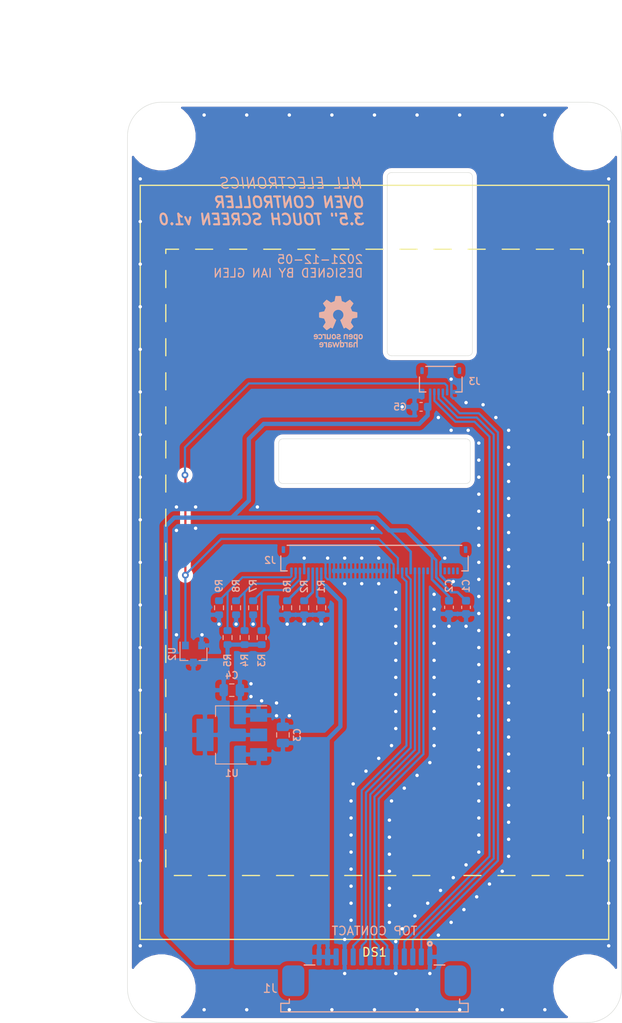
<source format=kicad_pcb>
(kicad_pcb (version 20171130) (host pcbnew 5.1.10)
  (title_block (title "MLL ELECTRONICS OVEN CONTROLLER 3.5\" TOUCH SCREEN") (date 2021-12-05) (rev v1.0) (company "DESIGNED BY IAN GLEN") (comment 3 "VISIT HTTPS://OHWR.ORG/CERNOHL FOR MORE INFORMATION") (comment 4 "LICENSED UNDER CERN-OHL-W V2"))
  (layers (0 F.Cu signal) (31 B.Cu signal) (34 B.Paste user) (36 B.SilkS user) (37 F.SilkS user) (38 B.Mask user) (39 F.Mask user) (44 Edge.Cuts user))
  (net 0 "")
  (net 1 +3V3)
  (net 2 GND)
  (net 3 +5V)
  (net 4 /~CTP_INT)
  (net 5 /I2C_SDA)
  (net 6 /I2C_SCL)
  (net 7 /~SPI_CS)
  (net 8 /LCD_DC)
  (net 9 /SPI_MISO)
  (net 10 /SPI_MOSI)
  (net 11 /SPI_SCK)
  (net 12 /~RESET)
  (net 13 "Net-(J2-Pad3)")
  (net 14 "Net-(J2-Pad2)")
  (net 15 "Net-(J2-Pad1)")
  (net 16 "Net-(J2-Pad7)")
  (net 17 "Net-(J2-Pad6)")
  (net 18 "Net-(J2-Pad5)")
  (module oven-controller:Display_LiangHaoCai_3.5in_IPS_CTP (layer F.Cu) (at 220 130 180)
    (fp_text reference DS1 (at 0 -45.75 180) (layer F.SilkS))
    (fp_text value Display_LiangHaoCai_3.5in_IPS_CTP)
  )
  (module Symbol:OSHW-Logo_5.7x6mm_SilkScreen (layer B.Cu) (at 215.75 101.75 180)
    (fp_text reference REF** hide)
    (fp_text value OSHW-Logo_5.7x6mm_SilkScreen hide)
  )
  (module Capacitor_SMD:C_0603_1608Metric (layer B.Cu) (at 230.75 135.275 270)
    (fp_text reference C1 (at -2.525 0 90) (layer B.SilkS) (effects (font (size 0.8 0.8)) (justify mirror)))
    (fp_text value 0.1u)
    (pad 2 smd roundrect (at 0.775 0 270) (size 0.9 0.95) (layers B.Cu B.Paste B.Mask) (net 2 GND))
    (pad 1 smd roundrect (at -0.775 0 270) (size 0.9 0.95) (layers B.Cu B.Paste B.Mask) (net 1 +3V3))
  )
  (module Capacitor_SMD:C_0603_1608Metric (layer B.Cu) (at 228.75 135.275 270)
    (fp_text reference C2 (at -2.525 0 90) (layer B.SilkS) (effects (font (size 0.8 0.8)) (justify mirror)))
    (fp_text value 0.1u)
    (pad 2 smd roundrect (at 0.775 0 270) (size 0.9 0.95) (layers B.Cu B.Paste B.Mask) (net 2 GND))
    (pad 1 smd roundrect (at -0.775 0 270) (size 0.9 0.95) (layers B.Cu B.Paste B.Mask) (net 1 +3V3))
  )
  (module Capacitor_SMD:C_0805_2012Metric (layer B.Cu) (at 209.25 150.25 90)
    (fp_text reference C3 (at 0 1.68 90) (layer B.SilkS) (effects (font (size 0.8 0.8)) (justify mirror)))
    (fp_text value 10u)
    (pad 2 smd roundrect (at 0.95 0 90) (size 1 1.45) (layers B.Cu B.Paste B.Mask) (net 2 GND))
    (pad 1 smd roundrect (at -0.95 0 90) (size 1 1.45) (layers B.Cu B.Paste B.Mask) (net 3 +5V))
  )
  (module Capacitor_SMD:C_0805_2012Metric (layer B.Cu) (at 203.25 145)
    (fp_text reference C4 (at 0 -1.75) (layer B.SilkS) (effects (font (size 0.8 0.8)) (justify mirror)))
    (fp_text value 10u)
    (pad 2 smd roundrect (at 0.95 0) (size 1 1.45) (layers B.Cu B.Paste B.Mask) (net 2 GND))
    (pad 1 smd roundrect (at -0.95 0) (size 1 1.45) (layers B.Cu B.Paste B.Mask) (net 1 +3V3))
  )
  (module Capacitor_SMD:C_0603_1608Metric (layer B.Cu) (at 225.475 111.75 180)
    (fp_text reference C5 (at 2.475 0) (layer B.SilkS) (effects (font (size 0.8 0.8)) (justify mirror)))
    (fp_text value 0.1u)
    (pad 2 smd roundrect (at 0.775 0 180) (size 0.9 0.95) (layers B.Cu B.Paste B.Mask) (net 2 GND))
    (pad 1 smd roundrect (at -0.775 0 180) (size 0.9 0.95) (layers B.Cu B.Paste B.Mask) (net 1 +3V3))
  )
  (module MountingHole:MountingHole_3.2mm_M3 (layer F.Cu) (at 195 80)
    (fp_text reference H1 hide)
    (fp_text value MountingHole hide)
    (pad 1 np_thru_hole circle (at 0 0) (size 3.2 3.2) (drill 3.2) (layers *.Cu *.Mask))
  )
  (module MountingHole:MountingHole_3.2mm_M3 (layer F.Cu) (at 245 80)
    (fp_text reference H2 hide)
    (fp_text value MountingHole hide)
    (pad 1 np_thru_hole circle (at 0 0) (size 3.2 3.2) (drill 3.2) (layers *.Cu *.Mask))
  )
  (module MountingHole:MountingHole_3.2mm_M3 (layer F.Cu) (at 195 180)
    (fp_text reference H3 hide)
    (fp_text value MountingHole hide)
    (pad 1 np_thru_hole circle (at 0 0) (size 3.2 3.2) (drill 3.2) (layers *.Cu *.Mask))
  )
  (module MountingHole:MountingHole_3.2mm_M3 (layer F.Cu) (at 245 180)
    (fp_text reference H4 hide)
    (fp_text value MountingHole hide)
    (pad 1 np_thru_hole circle (at 0 0) (size 3.2 3.2) (drill 3.2) (layers *.Cu *.Mask))
  )
  (module oven-controller:TE_1-84953-4_1x14_1MP_P1.0_Horizontal (layer B.Cu) (at 220 180 180)
    (fp_text reference J1 (at 12.25 0) (layer B.SilkS) (effects (justify mirror)))
    (fp_text value CONTROLLER)
    (pad 1 smd roundrect (at -6.5 3.7 180) (size 0.61 2) (layers B.Cu B.Paste B.Mask) (net 2 GND))
    (pad 2 smd roundrect (at -5.5 3.7 180) (size 0.61 2) (layers B.Cu B.Paste B.Mask) (net 4 /~CTP_INT))
    (pad 3 smd roundrect (at -4.5 3.7 180) (size 0.61 2) (layers B.Cu B.Paste B.Mask) (net 6 /I2C_SCL))
    (pad 4 smd roundrect (at -3.5 3.7 180) (size 0.61 2) (layers B.Cu B.Paste B.Mask) (net 5 /I2C_SDA))
    (pad 5 smd roundrect (at -2.5 3.7 180) (size 0.61 2) (layers B.Cu B.Paste B.Mask) (net 2 GND))
    (pad 6 smd roundrect (at -1.5 3.7 180) (size 0.61 2) (layers B.Cu B.Paste B.Mask) (net 7 /~SPI_CS))
    (pad 7 smd roundrect (at -0.5 3.7 180) (size 0.61 2) (layers B.Cu B.Paste B.Mask) (net 11 /SPI_SCK))
    (pad MP smd roundrect (at -9.53 0.9 180) (size 2.6 3.6) (layers B.Cu B.Paste B.Mask))
    (pad 8 smd roundrect (at 0.5 3.7 180) (size 0.61 2) (layers B.Cu B.Paste B.Mask) (net 8 /LCD_DC))
    (pad 9 smd roundrect (at 1.5 3.7 180) (size 0.61 2) (layers B.Cu B.Paste B.Mask) (net 10 /SPI_MOSI))
    (pad 10 smd roundrect (at 2.5 3.7 180) (size 0.61 2) (layers B.Cu B.Paste B.Mask) (net 9 /SPI_MISO))
    (pad 11 smd roundrect (at 3.5 3.7 180) (size 0.61 2) (layers B.Cu B.Paste B.Mask) (net 2 GND))
    (pad 12 smd roundrect (at 4.5 3.7 180) (size 0.61 2) (layers B.Cu B.Paste B.Mask) (net 3 +5V))
    (pad 13 smd roundrect (at 5.5 3.7 180) (size 0.61 2) (layers B.Cu B.Paste B.Mask) (net 3 +5V))
    (pad 14 smd roundrect (at 6.5 3.7 180) (size 0.61 2) (layers B.Cu B.Paste B.Mask) (net 3 +5V))
    (pad MP smd roundrect (at 9.53 0.9 180) (size 2.6 3.6) (layers B.Cu B.Paste B.Mask))
  )
  (module oven-controller:GCT_FFC2B28-40-G_1x40_1MP_P0.50mm_Horizontal (layer B.Cu) (at 220 129.75)
    (fp_text reference J2 (at -12.25 0) (layer B.SilkS) (effects (font (size 0.8 0.8)) (justify mirror)))
    (fp_text value LCD)
    (pad MP smd roundrect (at 10.7 -1.25) (size 0.4 0.8) (layers B.Cu B.Paste B.Mask))
    (pad MP smd roundrect (at -10.7 -1.25) (size 0.4 0.8) (layers B.Cu B.Paste B.Mask))
    (pad 40 smd roundrect (at 9.75 1.25) (size 0.3 0.8) (layers B.Cu B.Paste B.Mask))
    (pad 39 smd roundrect (at 9.25 1.25) (size 0.3 0.8) (layers B.Cu B.Paste B.Mask))
    (pad 38 smd roundrect (at 8.75 1.25) (size 0.3 0.8) (layers B.Cu B.Paste B.Mask))
    (pad 37 smd roundrect (at 8.25 1.25) (size 0.3 0.8) (layers B.Cu B.Paste B.Mask))
    (pad 36 smd roundrect (at 7.75 1.25) (size 0.3 0.8) (layers B.Cu B.Paste B.Mask) (net 2 GND))
    (pad 35 smd roundrect (at 7.25 1.25) (size 0.3 0.8) (layers B.Cu B.Paste B.Mask) (net 1 +3V3))
    (pad 34 smd roundrect (at 6.75 1.25) (size 0.3 0.8) (layers B.Cu B.Paste B.Mask) (net 1 +3V3))
    (pad 33 smd roundrect (at 6.25 1.25) (size 0.3 0.8) (layers B.Cu B.Paste B.Mask))
    (pad 32 smd roundrect (at 5.75 1.25) (size 0.3 0.8) (layers B.Cu B.Paste B.Mask) (net 7 /~SPI_CS))
    (pad 31 smd roundrect (at 5.25 1.25) (size 0.3 0.8) (layers B.Cu B.Paste B.Mask) (net 11 /SPI_SCK))
    (pad 30 smd roundrect (at 4.75 1.25) (size 0.3 0.8) (layers B.Cu B.Paste B.Mask) (net 8 /LCD_DC))
    (pad 29 smd roundrect (at 4.25 1.25) (size 0.3 0.8) (layers B.Cu B.Paste B.Mask) (net 1 +3V3))
    (pad 28 smd roundrect (at 3.75 1.25) (size 0.3 0.8) (layers B.Cu B.Paste B.Mask) (net 10 /SPI_MOSI))
    (pad 27 smd roundrect (at 3.25 1.25) (size 0.3 0.8) (layers B.Cu B.Paste B.Mask) (net 9 /SPI_MISO))
    (pad 26 smd roundrect (at 2.75 1.25) (size 0.3 0.8) (layers B.Cu B.Paste B.Mask) (net 12 /~RESET))
    (pad 25 smd roundrect (at 2.25 1.25) (size 0.3 0.8) (layers B.Cu B.Paste B.Mask) (net 2 GND))
    (pad 24 smd roundrect (at 1.75 1.25) (size 0.3 0.8) (layers B.Cu B.Paste B.Mask) (net 2 GND))
    (pad 23 smd roundrect (at 1.25 1.25) (size 0.3 0.8) (layers B.Cu B.Paste B.Mask) (net 2 GND))
    (pad 22 smd roundrect (at 0.75 1.25) (size 0.3 0.8) (layers B.Cu B.Paste B.Mask) (net 2 GND))
    (pad 21 smd roundrect (at 0.25 1.25) (size 0.3 0.8) (layers B.Cu B.Paste B.Mask) (net 2 GND))
    (pad 20 smd roundrect (at -0.25 1.25) (size 0.3 0.8) (layers B.Cu B.Paste B.Mask) (net 2 GND))
    (pad 19 smd roundrect (at -0.75 1.25) (size 0.3 0.8) (layers B.Cu B.Paste B.Mask) (net 2 GND))
    (pad 18 smd roundrect (at -1.25 1.25) (size 0.3 0.8) (layers B.Cu B.Paste B.Mask) (net 2 GND))
    (pad 17 smd roundrect (at -1.75 1.25) (size 0.3 0.8) (layers B.Cu B.Paste B.Mask) (net 2 GND))
    (pad 16 smd roundrect (at -2.25 1.25) (size 0.3 0.8) (layers B.Cu B.Paste B.Mask) (net 2 GND))
    (pad 15 smd roundrect (at -2.75 1.25) (size 0.3 0.8) (layers B.Cu B.Paste B.Mask) (net 2 GND))
    (pad 14 smd roundrect (at -3.25 1.25) (size 0.3 0.8) (layers B.Cu B.Paste B.Mask) (net 2 GND))
    (pad 13 smd roundrect (at -3.75 1.25) (size 0.3 0.8) (layers B.Cu B.Paste B.Mask) (net 2 GND))
    (pad 12 smd roundrect (at -4.25 1.25) (size 0.3 0.8) (layers B.Cu B.Paste B.Mask) (net 2 GND))
    (pad 11 smd roundrect (at -4.75 1.25) (size 0.3 0.8) (layers B.Cu B.Paste B.Mask) (net 2 GND))
    (pad 10 smd roundrect (at -5.25 1.25) (size 0.3 0.8) (layers B.Cu B.Paste B.Mask) (net 2 GND))
    (pad 9 smd roundrect (at -5.75 1.25) (size 0.3 0.8) (layers B.Cu B.Paste B.Mask) (net 2 GND))
    (pad 8 smd roundrect (at -6.25 1.25) (size 0.3 0.8) (layers B.Cu B.Paste B.Mask) (net 3 +5V))
    (pad 7 smd roundrect (at -6.75 1.25) (size 0.3 0.8) (layers B.Cu B.Paste B.Mask) (net 16 "Net-(J2-Pad7)"))
    (pad 6 smd roundrect (at -7.25 1.25) (size 0.3 0.8) (layers B.Cu B.Paste B.Mask) (net 17 "Net-(J2-Pad6)"))
    (pad 5 smd roundrect (at -7.75 1.25) (size 0.3 0.8) (layers B.Cu B.Paste B.Mask) (net 18 "Net-(J2-Pad5)"))
    (pad 4 smd roundrect (at -8.25 1.25) (size 0.3 0.8) (layers B.Cu B.Paste B.Mask) (net 2 GND))
    (pad 3 smd roundrect (at -8.75 1.25) (size 0.3 0.8) (layers B.Cu B.Paste B.Mask) (net 13 "Net-(J2-Pad3)"))
    (pad 2 smd roundrect (at -9.25 1.25) (size 0.3 0.8) (layers B.Cu B.Paste B.Mask) (net 14 "Net-(J2-Pad2)"))
    (pad 1 smd roundrect (at -9.75 1.25) (size 0.3 0.8) (layers B.Cu B.Paste B.Mask) (net 15 "Net-(J2-Pad1)"))
  )
  (module Resistor_SMD:R_0603_1608Metric (layer B.Cu) (at 213.75 135.325 270)
    (fp_text reference R1 (at -2.5 0 270) (layer B.SilkS) (effects (font (size 0.8 0.8)) (justify mirror)))
    (fp_text value 100)
    (pad 2 smd roundrect (at 0.825 0 270) (size 0.8 0.95) (layers B.Cu B.Paste B.Mask) (net 2 GND))
    (pad 1 smd roundrect (at -0.825 0 270) (size 0.8 0.95) (layers B.Cu B.Paste B.Mask) (net 16 "Net-(J2-Pad7)"))
  )
  (module Resistor_SMD:R_0603_1608Metric (layer B.Cu) (at 211.75 135.325 270)
    (fp_text reference R2 (at -2.5 0 90) (layer B.SilkS) (effects (font (size 0.8 0.8)) (justify mirror)))
    (fp_text value 100)
    (pad 2 smd roundrect (at 0.825 0 270) (size 0.8 0.95) (layers B.Cu B.Paste B.Mask) (net 2 GND))
    (pad 1 smd roundrect (at -0.825 0 270) (size 0.8 0.95) (layers B.Cu B.Paste B.Mask) (net 17 "Net-(J2-Pad6)"))
  )
  (module Resistor_SMD:R_0603_1608Metric (layer B.Cu) (at 206.75 138.825 90)
    (fp_text reference R3 (at -2.675 0 270) (layer B.SilkS) (effects (font (size 0.8 0.8)) (justify mirror)))
    (fp_text value 0)
    (pad 2 smd roundrect (at 0.825 0 90) (size 0.8 0.95) (layers B.Cu B.Paste B.Mask) (net 13 "Net-(J2-Pad3)"))
    (pad 1 smd roundrect (at -0.825 0 90) (size 0.8 0.95) (layers B.Cu B.Paste B.Mask) (net 1 +3V3))
  )
  (module Resistor_SMD:R_0603_1608Metric (layer B.Cu) (at 204.75 138.825 90)
    (fp_text reference R4 (at -2.675 0 270) (layer B.SilkS) (effects (font (size 0.8 0.8)) (justify mirror)))
    (fp_text value 0)
    (pad 2 smd roundrect (at 0.825 0 90) (size 0.8 0.95) (layers B.Cu B.Paste B.Mask) (net 14 "Net-(J2-Pad2)"))
    (pad 1 smd roundrect (at -0.825 0 90) (size 0.8 0.95) (layers B.Cu B.Paste B.Mask) (net 1 +3V3))
  )
  (module Resistor_SMD:R_0603_1608Metric (layer B.Cu) (at 202.75 138.825 90)
    (fp_text reference R5 (at -2.675 0 270) (layer B.SilkS) (effects (font (size 0.8 0.8)) (justify mirror)))
    (fp_text value 0)
    (pad 2 smd roundrect (at 0.825 0 90) (size 0.8 0.95) (layers B.Cu B.Paste B.Mask) (net 15 "Net-(J2-Pad1)"))
    (pad 1 smd roundrect (at -0.825 0 90) (size 0.8 0.95) (layers B.Cu B.Paste B.Mask) (net 1 +3V3))
  )
  (module Resistor_SMD:R_0603_1608Metric (layer B.Cu) (at 209.75 135.325 270)
    (fp_text reference R6 (at -2.5 0 90) (layer B.SilkS) (effects (font (size 0.8 0.8)) (justify mirror)))
    (fp_text value 100)
    (pad 2 smd roundrect (at 0.825 0 270) (size 0.8 0.95) (layers B.Cu B.Paste B.Mask) (net 2 GND))
    (pad 1 smd roundrect (at -0.825 0 270) (size 0.8 0.95) (layers B.Cu B.Paste B.Mask) (net 18 "Net-(J2-Pad5)"))
  )
  (module Resistor_SMD:R_0603_1608Metric (layer B.Cu) (at 205.75 135.325 270)
    (fp_text reference R7 (at -2.575 0 270) (layer B.SilkS) (effects (font (size 0.8 0.8)) (justify mirror)))
    (fp_text value DNP)
    (pad 2 smd roundrect (at 0.825 0 270) (size 0.8 0.95) (layers B.Cu B.Paste B.Mask) (net 2 GND))
    (pad 1 smd roundrect (at -0.825 0 270) (size 0.8 0.95) (layers B.Cu B.Paste B.Mask) (net 13 "Net-(J2-Pad3)"))
  )
  (module Resistor_SMD:R_0603_1608Metric (layer B.Cu) (at 203.75 135.325 270)
    (fp_text reference R8 (at -2.575 0 270) (layer B.SilkS) (effects (font (size 0.8 0.8)) (justify mirror)))
    (fp_text value DNP)
    (pad 2 smd roundrect (at 0.825 0 270) (size 0.8 0.95) (layers B.Cu B.Paste B.Mask) (net 2 GND))
    (pad 1 smd roundrect (at -0.825 0 270) (size 0.8 0.95) (layers B.Cu B.Paste B.Mask) (net 14 "Net-(J2-Pad2)"))
  )
  (module Resistor_SMD:R_0603_1608Metric (layer B.Cu) (at 201.75 135.325 270)
    (fp_text reference R9 (at -2.575 0 270) (layer B.SilkS) (effects (font (size 0.8 0.8)) (justify mirror)))
    (fp_text value DNP)
    (pad 2 smd roundrect (at 0.825 0 270) (size 0.8 0.95) (layers B.Cu B.Paste B.Mask) (net 2 GND))
    (pad 1 smd roundrect (at -0.825 0 270) (size 0.8 0.95) (layers B.Cu B.Paste B.Mask) (net 15 "Net-(J2-Pad1)"))
  )
  (module Package_TO_SOT_SMD:SOT-223-3_TabPin2 (layer B.Cu) (at 203.25 150.25 180)
    (fp_text reference U1 (at 0 -4.5) (layer B.SilkS) (effects (font (size 0.8 0.8)) (justify mirror)))
    (fp_text value AZ1117-3.3)
    (pad 1 smd rect (at -3.15 2.3 180) (size 2 1.5) (layers B.Cu B.Paste B.Mask) (net 2 GND))
    (pad 3 smd rect (at -3.15 -2.3 180) (size 2 1.5) (layers B.Cu B.Paste B.Mask) (net 3 +5V))
    (pad 2 smd rect (at -3.15 0 180) (size 2 1.5) (layers B.Cu B.Paste B.Mask) (net 1 +3V3))
    (pad 2 smd rect (at 3.15 0 180) (size 2 3.8) (layers B.Cu B.Paste B.Mask) (net 1 +3V3))
  )
  (module Package_TO_SOT_SMD:SOT-23 (layer B.Cu) (at 198.75 140.75 270)
    (fp_text reference U2 (at 0 2.5 90) (layer B.SilkS) (effects (font (size 0.8 0.8)) (justify mirror)))
    (fp_text value APX809S-29SR)
    (pad 3 smd rect (at 1 0 270) (size 0.9 0.8) (layers B.Cu B.Paste B.Mask) (net 1 +3V3))
    (pad 2 smd rect (at -1 -0.95 270) (size 0.9 0.8) (layers B.Cu B.Paste B.Mask) (net 2 GND))
    (pad 1 smd rect (at -1 0.95 270) (size 0.9 0.8) (layers B.Cu B.Paste B.Mask) (net 12 /~RESET))
  )
  (module oven-controller:GCT_FFC2B28-06-G_1x6_1MP_P0.50mm_Horizontal (layer B.Cu) (at 227.78 108.75)
    (fp_text reference J3 (at 3.97 0) (layer B.SilkS) (effects (font (size 0.8 0.8)) (justify mirror)))
    (fp_text value CTP)
    (pad MP smd roundrect (at 2.2 -1.25) (size 0.4 0.8) (layers B.Cu B.Paste B.Mask))
    (pad MP smd roundrect (at -2.2 -1.25) (size 0.4 0.8) (layers B.Cu B.Paste B.Mask))
    (pad 6 smd roundrect (at 1.25 1.25) (size 0.3 0.8) (layers B.Cu B.Paste B.Mask) (net 2 GND))
    (pad 5 smd roundrect (at 0.75 1.25) (size 0.3 0.8) (layers B.Cu B.Paste B.Mask) (net 12 /~RESET))
    (pad 4 smd roundrect (at 0.25 1.25) (size 0.3 0.8) (layers B.Cu B.Paste B.Mask) (net 4 /~CTP_INT))
    (pad 3 smd roundrect (at -0.25 1.25) (size 0.3 0.8) (layers B.Cu B.Paste B.Mask) (net 6 /I2C_SCL))
    (pad 2 smd roundrect (at -0.75 1.25) (size 0.3 0.8) (layers B.Cu B.Paste B.Mask) (net 5 /I2C_SDA))
    (pad 1 smd roundrect (at -1.25 1.25) (size 0.3 0.8) (layers B.Cu B.Paste B.Mask) (net 1 +3V3))
  )
  (gr_text "2021-12-05\nDESIGNED BY IAN GLEN" (at 218.75 95.25) (layer B.SilkS) (effects (font (size 1 1)) (justify left mirror)))
  (gr_text "OVEN CONTROLLER\n3.5\" TOUCH SCREEN v1.0" (at 219 88.75) (layer B.SilkS) (effects (font (size 1.25 1.25) (thickness 0.25) italic) (justify left mirror)))
  (gr_text "TOP CONTACT" (at 220 173.25) (layer B.SilkS) (effects (font (size 1 1)) (justify mirror)))
  (gr_text "MLL ELECTRONICS" (at 218.75 85.5) (layer B.SilkS) (effects (font (size 1.25 1.25) (thickness 0.15) italic) (justify left mirror)))
  (gr_arc (start 230.75 116) (end 231.25 116) (angle -90) (layer Edge.Cuts) (width 0.05))
  (gr_arc (start 230.75 120.25) (end 230.75 120.75) (angle -90) (layer Edge.Cuts) (width 0.05))
  (gr_arc (start 209.25 120.25) (end 208.75 120.25) (angle -90) (layer Edge.Cuts) (width 0.05))
  (gr_arc (start 209.25 116) (end 209.25 115.5) (angle -90) (layer Edge.Cuts) (width 0.05))
  (gr_line (start 230.75 115.5) (end 209.25 115.5) (layer Edge.Cuts) (width 0.05))
  (gr_line (start 231.25 120.25) (end 231.25 116) (layer Edge.Cuts) (width 0.05))
  (gr_line (start 209.25 120.75) (end 230.75 120.75) (layer Edge.Cuts) (width 0.05))
  (gr_line (start 208.75 116) (end 208.75 120.25) (layer Edge.Cuts) (width 0.05))
  (gr_arc (start 231 105.25) (end 231 105.75) (angle -90) (layer Edge.Cuts) (width 0.05))
  (gr_arc (start 222 105.25) (end 221.5 105.25) (angle -90) (layer Edge.Cuts) (width 0.05))
  (gr_arc (start 222 84.75) (end 222 84.25) (angle -90) (layer Edge.Cuts) (width 0.05))
  (gr_arc (start 231 84.75) (end 231.5 84.75) (angle -90) (layer Edge.Cuts) (width 0.05))
  (gr_line (start 222 84.25) (end 231 84.25) (layer Edge.Cuts) (width 0.05))
  (gr_line (start 221.5 105.25) (end 221.5 84.75) (layer Edge.Cuts) (width 0.05))
  (gr_line (start 231 105.75) (end 222 105.75) (layer Edge.Cuts) (width 0.05))
  (gr_line (start 231.5 84.75) (end 231.5 105.25) (layer Edge.Cuts) (width 0.05))
  (gr_line (start 249 180) (end 249 80) (layer Edge.Cuts) (width 0.05))
  (gr_arc (start 245 180) (end 245 184) (angle -90) (layer Edge.Cuts) (width 0.05))
  (gr_arc (start 195 180) (end 191 180) (angle -90) (layer Edge.Cuts) (width 0.05))
  (gr_line (start 195 184) (end 245 184) (layer Edge.Cuts) (width 0.05))
  (gr_line (start 191 80) (end 191 180) (layer Edge.Cuts) (width 0.05))
  (gr_line (start 195 76) (end 245 76) (layer Edge.Cuts) (width 0.05))
  (gr_arc (start 195 80) (end 195 76) (angle -90) (layer Edge.Cuts) (width 0.05))
  (gr_arc (start 245 80) (end 249 80) (angle -90) (layer Edge.Cuts) (width 0.05))
  (segment (start 226.53 111.47) (end 226.25 111.75) (width 0.3) (layer B.Cu) (net 1))
  (segment (start 226.53 110) (end 226.53 111.47) (width 0.3) (layer B.Cu) (net 1))
  (segment (start 223.75 126.25) (end 221.75 126.25) (width 0.5) (layer B.Cu) (net 1))
  (segment (start 224.25 131) (end 224.25 128.75) (width 0.3) (layer B.Cu) (net 1))
  (segment (start 224.25 128.75) (end 221.75 126.25) (width 0.3) (layer B.Cu) (net 1))
  (segment (start 227.25 129.75) (end 227 129.5) (width 0.3) (layer B.Cu) (net 1))
  (segment (start 227.25 131) (end 227.25 129.75) (width 0.3) (layer B.Cu) (net 1))
  (segment (start 227 129.5) (end 226.75 129.25) (width 0.3) (layer B.Cu) (net 1))
  (segment (start 226.75 131) (end 226.75 129.25) (width 0.3) (layer B.Cu) (net 1))
  (segment (start 226.75 129.25) (end 223.75 126.25) (width 0.5) (layer B.Cu) (net 1))
  (segment (start 206.75 139.65) (end 204.75 139.65) (width 0.5) (layer B.Cu) (net 1))
  (segment (start 204.75 139.65) (end 202.75 139.65) (width 0.5) (layer B.Cu) (net 1))
  (segment (start 202.75 139.65) (end 202.75 139.75) (width 0.5) (layer B.Cu) (net 1))
  (segment (start 228.75 134) (end 228.75 134.5) (width 0.3) (layer B.Cu) (net 1))
  (segment (start 226.75 132) (end 228.75 134) (width 0.3) (layer B.Cu) (net 1))
  (segment (start 226.75 131) (end 226.75 132) (width 0.3) (layer B.Cu) (net 1))
  (segment (start 229.75 133.5) (end 230.75 134.5) (width 0.3) (layer B.Cu) (net 1))
  (segment (start 227.25 131.75) (end 229 133.5) (width 0.3) (layer B.Cu) (net 1))
  (segment (start 229 133.5) (end 229.75 133.5) (width 0.3) (layer B.Cu) (net 1))
  (segment (start 227.25 131) (end 227.25 131.75) (width 0.3) (layer B.Cu) (net 1))
  (segment (start 202.75 139.65) (end 202.75 141.75) (width 0.5) (layer B.Cu) (net 1))
  (segment (start 226.25 112.75) (end 226.25 111.75) (width 0.5) (layer B.Cu) (net 1))
  (segment (start 225.25 113.75) (end 226.25 112.75) (width 0.5) (layer B.Cu) (net 1))
  (segment (start 220.25 124.75) (end 204.75 124.75) (width 0.5) (layer B.Cu) (net 1))
  (segment (start 221.75 126.25) (end 220.25 124.75) (width 0.5) (layer B.Cu) (net 1))
  (segment (start 204.75 124.75) (end 203.25 124.75) (width 0.5) (layer B.Cu) (net 1))
  (segment (start 205.25 115.5) (end 207 113.75) (width 0.5) (layer B.Cu) (net 1))
  (segment (start 205.25 122.75) (end 205.25 115.5) (width 0.5) (layer B.Cu) (net 1))
  (segment (start 203.25 124.75) (end 205.25 122.75) (width 0.5) (layer B.Cu) (net 1))
  (segment (start 207 113.75) (end 225.25 113.75) (width 0.5) (layer B.Cu) (net 1))
  (segment (start 195.5 135.5) (end 195.5 141.75) (width 0.5) (layer B.Cu) (net 1))
  (segment (start 195.5 125.75) (end 195.5 135.5) (width 0.5) (layer B.Cu) (net 1))
  (segment (start 196.5 124.75) (end 195.5 125.75) (width 0.5) (layer B.Cu) (net 1))
  (segment (start 203.25 124.75) (end 196.5 124.75) (width 0.5) (layer B.Cu) (net 1))
  (segment (start 221.25 131) (end 221.25 132) (width 0.25) (layer B.Cu) (net 2))
  (segment (start 220.75 131) (end 220.75 132) (width 0.25) (layer B.Cu) (net 2))
  (segment (start 220.25 131) (end 220.25 132) (width 0.25) (layer B.Cu) (net 2))
  (segment (start 219.75 131) (end 219.75 132) (width 0.25) (layer B.Cu) (net 2))
  (segment (start 219.25 131) (end 219.25 132) (width 0.25) (layer B.Cu) (net 2))
  (segment (start 218.75 131) (end 218.75 132) (width 0.25) (layer B.Cu) (net 2))
  (segment (start 218.25 131) (end 218.25 132) (width 0.25) (layer B.Cu) (net 2))
  (segment (start 217.75 131) (end 217.75 132) (width 0.25) (layer B.Cu) (net 2))
  (segment (start 217.25 131) (end 217.25 132) (width 0.25) (layer B.Cu) (net 2))
  (segment (start 216.75 131) (end 216.75 132) (width 0.25) (layer B.Cu) (net 2))
  (segment (start 216.75 131) (end 216.75 130) (width 0.25) (layer B.Cu) (net 2))
  (segment (start 217.25 131) (end 217.25 130) (width 0.25) (layer B.Cu) (net 2))
  (segment (start 218.25 131) (end 218.25 130) (width 0.25) (layer B.Cu) (net 2))
  (segment (start 219.75 131) (end 219.75 130) (width 0.25) (layer B.Cu) (net 2))
  (segment (start 216.25 131) (end 216.25 132) (width 0.25) (layer B.Cu) (net 2))
  (segment (start 215.75 131) (end 215.75 132) (width 0.25) (layer B.Cu) (net 2))
  (segment (start 215.25 131) (end 215.25 132) (width 0.25) (layer B.Cu) (net 2))
  (segment (start 215.75 131) (end 215.75 130) (width 0.25) (layer B.Cu) (net 2))
  (segment (start 215.25 131) (end 215.25 130) (width 0.25) (layer B.Cu) (net 2))
  (segment (start 214.25 131) (end 214.25 130) (width 0.25) (layer B.Cu) (net 2))
  (segment (start 214.75 131) (end 214.75 132) (width 0.25) (layer B.Cu) (net 2))
  (via (at 205.75 137.25) (size 0.8) (drill 0.4) (layers F.Cu B.Cu) (net 2))
  (segment (start 205.75 136.15) (end 205.75 137.25) (width 0.25) (layer B.Cu) (net 2))
  (via (at 203.75 137.25) (size 0.8) (drill 0.4) (layers F.Cu B.Cu) (net 2))
  (segment (start 203.75 136.15) (end 203.75 137.25) (width 0.25) (layer B.Cu) (net 2))
  (via (at 201.75 137.25) (size 0.8) (drill 0.4) (layers F.Cu B.Cu) (net 2))
  (segment (start 201.75 136.15) (end 201.75 137.25) (width 0.25) (layer B.Cu) (net 2))
  (segment (start 213.75 136.15) (end 213.75 137.25) (width 0.5) (layer B.Cu) (net 2))
  (via (at 213.75 137.25) (size 0.8) (drill 0.4) (layers F.Cu B.Cu) (net 2))
  (segment (start 211.75 136.15) (end 211.75 137.25) (width 0.5) (layer B.Cu) (net 2))
  (via (at 211.75 137.25) (size 0.8) (drill 0.4) (layers F.Cu B.Cu) (net 2))
  (via (at 209.75 137.25) (size 0.8) (drill 0.4) (layers F.Cu B.Cu) (net 2))
  (segment (start 209.75 136.15) (end 209.75 137.25) (width 0.5) (layer B.Cu) (net 2))
  (via (at 220.5 129.5) (size 0.8) (drill 0.4) (layers F.Cu B.Cu) (net 2))
  (via (at 218.5 129.5) (size 0.8) (drill 0.4) (layers F.Cu B.Cu) (net 2))
  (via (at 216.5 129.5) (size 0.8) (drill 0.4) (layers F.Cu B.Cu) (net 2))
  (via (at 214.5 129.5) (size 0.8) (drill 0.4) (layers F.Cu B.Cu) (net 2))
  (segment (start 221.75 131) (end 221.75 130) (width 0.25) (layer B.Cu) (net 2))
  (segment (start 221.25 131) (end 221.25 130) (width 0.25) (layer B.Cu) (net 2))
  (segment (start 220.75 131) (end 220.75 130) (width 0.25) (layer B.Cu) (net 2))
  (segment (start 220.25 131) (end 220.25 130) (width 0.25) (layer B.Cu) (net 2))
  (segment (start 219.25 131) (end 219.25 130) (width 0.25) (layer B.Cu) (net 2))
  (segment (start 218.75 131) (end 218.75 130) (width 0.25) (layer B.Cu) (net 2))
  (segment (start 217.75 131) (end 217.75 130) (width 0.25) (layer B.Cu) (net 2))
  (segment (start 216.25 131) (end 216.25 130) (width 0.25) (layer B.Cu) (net 2))
  (segment (start 214.75 131) (end 214.75 130) (width 0.25) (layer B.Cu) (net 2))
  (via (at 228.25 129.5) (size 0.8) (drill 0.4) (layers F.Cu B.Cu) (net 2))
  (segment (start 227.75 131) (end 227.75 130) (width 0.3) (layer B.Cu) (net 2))
  (segment (start 227.75 130) (end 228.25 129.5) (width 0.3) (layer B.Cu) (net 2))
  (via (at 229 108.5) (size 0.8) (drill 0.4) (layers F.Cu B.Cu) (net 2))
  (segment (start 229.03 108.53) (end 229 108.5) (width 0.25) (layer B.Cu) (net 2))
  (segment (start 229.03 110) (end 229.03 108.53) (width 0.3) (layer B.Cu) (net 2))
  (via (at 227 133.75) (size 0.8) (drill 0.4) (layers F.Cu B.Cu) (net 2))
  (via (at 227 135.5) (size 0.8) (drill 0.4) (layers F.Cu B.Cu) (net 2))
  (via (at 227 137.5) (size 0.8) (drill 0.4) (layers F.Cu B.Cu) (net 2))
  (via (at 227 139.5) (size 0.8) (drill 0.4) (layers F.Cu B.Cu) (net 2))
  (via (at 227 141.5) (size 0.8) (drill 0.4) (layers F.Cu B.Cu) (net 2))
  (via (at 227 143.5) (size 0.8) (drill 0.4) (layers F.Cu B.Cu) (net 2))
  (via (at 227 145.5) (size 0.8) (drill 0.4) (layers F.Cu B.Cu) (net 2))
  (via (at 227 147.5) (size 0.8) (drill 0.4) (layers F.Cu B.Cu) (net 2))
  (via (at 227 149.5) (size 0.8) (drill 0.4) (layers F.Cu B.Cu) (net 2))
  (via (at 222.5 133.5) (size 0.8) (drill 0.4) (layers F.Cu B.Cu) (net 2))
  (via (at 222.5 135.5) (size 0.8) (drill 0.4) (layers F.Cu B.Cu) (net 2))
  (via (at 222.5 137.5) (size 0.8) (drill 0.4) (layers F.Cu B.Cu) (net 2))
  (via (at 222.5 139.5) (size 0.8) (drill 0.4) (layers F.Cu B.Cu) (net 2))
  (via (at 222.5 141.5) (size 0.8) (drill 0.4) (layers F.Cu B.Cu) (net 2))
  (via (at 222.5 143.5) (size 0.8) (drill 0.4) (layers F.Cu B.Cu) (net 2))
  (via (at 222.5 145.5) (size 0.8) (drill 0.4) (layers F.Cu B.Cu) (net 2))
  (via (at 222.5 147.5) (size 0.8) (drill 0.4) (layers F.Cu B.Cu) (net 2))
  (via (at 222.5 149.5) (size 0.8) (drill 0.4) (layers F.Cu B.Cu) (net 2))
  (via (at 227 151.5) (size 0.8) (drill 0.4) (layers F.Cu B.Cu) (net 2))
  (via (at 226.5 153.5) (size 0.8) (drill 0.4) (layers F.Cu B.Cu) (net 2))
  (via (at 225 155) (size 0.8) (drill 0.4) (layers F.Cu B.Cu) (net 2))
  (via (at 223.5 156.5) (size 0.8) (drill 0.4) (layers F.Cu B.Cu) (net 2))
  (via (at 222 158) (size 0.8) (drill 0.4) (layers F.Cu B.Cu) (net 2))
  (via (at 221.75 160.25) (size 0.8) (drill 0.4) (layers F.Cu B.Cu) (net 2))
  (via (at 221.75 162.25) (size 0.8) (drill 0.4) (layers F.Cu B.Cu) (net 2))
  (via (at 221.75 164.25) (size 0.8) (drill 0.4) (layers F.Cu B.Cu) (net 2))
  (via (at 221.75 166.25) (size 0.8) (drill 0.4) (layers F.Cu B.Cu) (net 2))
  (via (at 221.75 168.25) (size 0.8) (drill 0.4) (layers F.Cu B.Cu) (net 2))
  (via (at 221.75 170.25) (size 0.8) (drill 0.4) (layers F.Cu B.Cu) (net 2))
  (via (at 221.75 172.25) (size 0.8) (drill 0.4) (layers F.Cu B.Cu) (net 2))
  (via (at 222 151.5) (size 0.8) (drill 0.4) (layers F.Cu B.Cu) (net 2))
  (via (at 220.5 153) (size 0.8) (drill 0.4) (layers F.Cu B.Cu) (net 2))
  (via (at 219 154.5) (size 0.8) (drill 0.4) (layers F.Cu B.Cu) (net 2))
  (via (at 217.5 156) (size 0.8) (drill 0.4) (layers F.Cu B.Cu) (net 2))
  (via (at 217.25 158) (size 0.8) (drill 0.4) (layers F.Cu B.Cu) (net 2))
  (via (at 217.25 160) (size 0.8) (drill 0.4) (layers F.Cu B.Cu) (net 2))
  (via (at 217.25 162) (size 0.8) (drill 0.4) (layers F.Cu B.Cu) (net 2))
  (via (at 217.25 164) (size 0.8) (drill 0.4) (layers F.Cu B.Cu) (net 2))
  (via (at 217.25 166) (size 0.8) (drill 0.4) (layers F.Cu B.Cu) (net 2))
  (via (at 217.25 168) (size 0.8) (drill 0.4) (layers F.Cu B.Cu) (net 2))
  (via (at 217.25 170) (size 0.8) (drill 0.4) (layers F.Cu B.Cu) (net 2))
  (via (at 217.25 172) (size 0.8) (drill 0.4) (layers F.Cu B.Cu) (net 2))
  (segment (start 229.25 132.25) (end 229.25 132.25) (width 0.3) (layer B.Cu) (net 2))
  (via (at 229.25 132.25) (size 0.8) (drill 0.4) (layers F.Cu B.Cu) (net 2))
  (via (at 230.75 137.5) (size 0.8) (drill 0.4) (layers F.Cu B.Cu) (net 2))
  (segment (start 230.75 136.05) (end 230.75 137.5) (width 0.25) (layer B.Cu) (net 2))
  (via (at 228.75 137.5) (size 0.8) (drill 0.4) (layers F.Cu B.Cu) (net 2))
  (segment (start 228.75 136.05) (end 228.75 137.5) (width 0.25) (layer B.Cu) (net 2))
  (segment (start 229.03 110) (end 229.03 110.53) (width 0.3) (layer B.Cu) (net 2))
  (segment (start 229.25 110.75) (end 230 110.75) (width 0.3) (layer B.Cu) (net 2))
  (segment (start 229.03 110.53) (end 229.25 110.75) (width 0.3) (layer B.Cu) (net 2))
  (via (at 223.25 111.75) (size 0.8) (drill 0.4) (layers F.Cu B.Cu) (net 2))
  (segment (start 224.7 111.75) (end 223.25 111.75) (width 0.25) (layer B.Cu) (net 2))
  (via (at 227.5 113) (size 0.8) (drill 0.4) (layers F.Cu B.Cu) (net 2))
  (via (at 234.25 113) (size 0.8) (drill 0.4) (layers F.Cu B.Cu) (net 2))
  (via (at 235.75 114.5) (size 0.8) (drill 0.4) (layers F.Cu B.Cu) (net 2))
  (via (at 235.75 116.5) (size 0.8) (drill 0.4) (layers F.Cu B.Cu) (net 2))
  (via (at 235.75 118.5) (size 0.8) (drill 0.4) (layers F.Cu B.Cu) (net 2))
  (via (at 235.75 120.5) (size 0.8) (drill 0.4) (layers F.Cu B.Cu) (net 2))
  (via (at 235.75 122.5) (size 0.8) (drill 0.4) (layers F.Cu B.Cu) (net 2))
  (via (at 235.75 124.5) (size 0.8) (drill 0.4) (layers F.Cu B.Cu) (net 2))
  (via (at 235.75 126.5) (size 0.8) (drill 0.4) (layers F.Cu B.Cu) (net 2))
  (via (at 235.75 128.5) (size 0.8) (drill 0.4) (layers F.Cu B.Cu) (net 2))
  (via (at 235.75 130.5) (size 0.8) (drill 0.4) (layers F.Cu B.Cu) (net 2))
  (via (at 235.75 132.5) (size 0.8) (drill 0.4) (layers F.Cu B.Cu) (net 2))
  (via (at 235.75 134.5) (size 0.8) (drill 0.4) (layers F.Cu B.Cu) (net 2))
  (via (at 235.75 136.5) (size 0.8) (drill 0.4) (layers F.Cu B.Cu) (net 2))
  (via (at 235.75 138.5) (size 0.8) (drill 0.4) (layers F.Cu B.Cu) (net 2))
  (via (at 235.75 140.5) (size 0.8) (drill 0.4) (layers F.Cu B.Cu) (net 2))
  (via (at 235.75 142.5) (size 0.8) (drill 0.4) (layers F.Cu B.Cu) (net 2))
  (via (at 235.75 144.5) (size 0.8) (drill 0.4) (layers F.Cu B.Cu) (net 2))
  (via (at 235.75 146.5) (size 0.8) (drill 0.4) (layers F.Cu B.Cu) (net 2))
  (via (at 235.75 148.5) (size 0.8) (drill 0.4) (layers F.Cu B.Cu) (net 2))
  (via (at 235.75 150.5) (size 0.8) (drill 0.4) (layers F.Cu B.Cu) (net 2))
  (via (at 235.75 152.5) (size 0.8) (drill 0.4) (layers F.Cu B.Cu) (net 2))
  (via (at 235.75 154.5) (size 0.8) (drill 0.4) (layers F.Cu B.Cu) (net 2))
  (via (at 235.75 156.5) (size 0.8) (drill 0.4) (layers F.Cu B.Cu) (net 2))
  (via (at 235.75 158.5) (size 0.8) (drill 0.4) (layers F.Cu B.Cu) (net 2))
  (via (at 235.75 160.5) (size 0.8) (drill 0.4) (layers F.Cu B.Cu) (net 2))
  (via (at 235.75 162.5) (size 0.8) (drill 0.4) (layers F.Cu B.Cu) (net 2))
  (via (at 235.75 164.5) (size 0.8) (drill 0.4) (layers F.Cu B.Cu) (net 2))
  (via (at 232.75 111.5) (size 0.8) (drill 0.4) (layers F.Cu B.Cu) (net 2))
  (via (at 230.75 111.25) (size 0.8) (drill 0.4) (layers F.Cu B.Cu) (net 2))
  (via (at 229 114.5) (size 0.8) (drill 0.4) (layers F.Cu B.Cu) (net 2))
  (via (at 231 114.5) (size 0.8) (drill 0.4) (layers F.Cu B.Cu) (net 2))
  (via (at 232.25 116) (size 0.8) (drill 0.4) (layers F.Cu B.Cu) (net 2))
  (via (at 232.25 118) (size 0.8) (drill 0.4) (layers F.Cu B.Cu) (net 2))
  (via (at 232.25 120) (size 0.8) (drill 0.4) (layers F.Cu B.Cu) (net 2))
  (via (at 232.25 122) (size 0.8) (drill 0.4) (layers F.Cu B.Cu) (net 2))
  (via (at 232.25 124) (size 0.8) (drill 0.4) (layers F.Cu B.Cu) (net 2))
  (via (at 232.25 126) (size 0.8) (drill 0.4) (layers F.Cu B.Cu) (net 2))
  (via (at 232.25 128) (size 0.8) (drill 0.4) (layers F.Cu B.Cu) (net 2))
  (via (at 232.25 130) (size 0.8) (drill 0.4) (layers F.Cu B.Cu) (net 2))
  (via (at 232.25 132) (size 0.8) (drill 0.4) (layers F.Cu B.Cu) (net 2))
  (via (at 232.25 134) (size 0.8) (drill 0.4) (layers F.Cu B.Cu) (net 2))
  (via (at 232.25 136) (size 0.8) (drill 0.4) (layers F.Cu B.Cu) (net 2))
  (via (at 232.25 138) (size 0.8) (drill 0.4) (layers F.Cu B.Cu) (net 2))
  (via (at 232.25 140) (size 0.8) (drill 0.4) (layers F.Cu B.Cu) (net 2))
  (via (at 232.25 142) (size 0.8) (drill 0.4) (layers F.Cu B.Cu) (net 2))
  (via (at 232.25 144) (size 0.8) (drill 0.4) (layers F.Cu B.Cu) (net 2))
  (via (at 232.25 146) (size 0.8) (drill 0.4) (layers F.Cu B.Cu) (net 2))
  (via (at 232.25 148) (size 0.8) (drill 0.4) (layers F.Cu B.Cu) (net 2))
  (via (at 232.25 150) (size 0.8) (drill 0.4) (layers F.Cu B.Cu) (net 2))
  (via (at 232.25 152) (size 0.8) (drill 0.4) (layers F.Cu B.Cu) (net 2))
  (via (at 232.25 154) (size 0.8) (drill 0.4) (layers F.Cu B.Cu) (net 2))
  (via (at 232.25 156) (size 0.8) (drill 0.4) (layers F.Cu B.Cu) (net 2))
  (via (at 232.25 158) (size 0.8) (drill 0.4) (layers F.Cu B.Cu) (net 2))
  (via (at 232.25 160) (size 0.8) (drill 0.4) (layers F.Cu B.Cu) (net 2))
  (via (at 232.25 162) (size 0.8) (drill 0.4) (layers F.Cu B.Cu) (net 2))
  (via (at 232.25 164) (size 0.8) (drill 0.4) (layers F.Cu B.Cu) (net 2))
  (via (at 230.75 165.5) (size 0.8) (drill 0.4) (layers F.Cu B.Cu) (net 2))
  (via (at 229.25 167) (size 0.8) (drill 0.4) (layers F.Cu B.Cu) (net 2))
  (via (at 227.75 168.5) (size 0.8) (drill 0.4) (layers F.Cu B.Cu) (net 2))
  (via (at 226.25 170) (size 0.8) (drill 0.4) (layers F.Cu B.Cu) (net 2))
  (via (at 224.75 171.5) (size 0.8) (drill 0.4) (layers F.Cu B.Cu) (net 2))
  (via (at 223.25 173) (size 0.8) (drill 0.4) (layers F.Cu B.Cu) (net 2))
  (via (at 222.5 174.5) (size 0.8) (drill 0.4) (layers F.Cu B.Cu) (net 2))
  (via (at 222.5 178.25) (size 0.8) (drill 0.4) (layers F.Cu B.Cu) (net 2))
  (via (at 235 166.25) (size 0.8) (drill 0.4) (layers F.Cu B.Cu) (net 2))
  (via (at 233.5 167.75) (size 0.8) (drill 0.4) (layers F.Cu B.Cu) (net 2))
  (via (at 232 169.25) (size 0.8) (drill 0.4) (layers F.Cu B.Cu) (net 2))
  (via (at 230.5 170.75) (size 0.8) (drill 0.4) (layers F.Cu B.Cu) (net 2))
  (via (at 229 172.25) (size 0.8) (drill 0.4) (layers F.Cu B.Cu) (net 2))
  (via (at 227.5 173.75) (size 0.8) (drill 0.4) (layers F.Cu B.Cu) (net 2))
  (via (at 226.5 178.25) (size 0.8) (drill 0.4) (layers F.Cu B.Cu) (net 2))
  (via (at 216.5 178.25) (size 0.8) (drill 0.4) (layers F.Cu B.Cu) (net 2))
  (via (at 216.5 174.25) (size 0.8) (drill 0.4) (layers F.Cu B.Cu) (net 2))
  (segment (start 214.25 131) (end 214.25 131.75) (width 0.25) (layer B.Cu) (net 2))
  (segment (start 214.25 131.75) (end 214.5 132) (width 0.25) (layer B.Cu) (net 2))
  (segment (start 214.5 132) (end 215 132) (width 0.25) (layer B.Cu) (net 2))
  (via (at 211.75 129.5) (size 0.8) (drill 0.4) (layers F.Cu B.Cu) (net 2))
  (segment (start 211.75 131) (end 211.75 130) (width 0.25) (layer B.Cu) (net 2))
  (via (at 199.75 138.5) (size 0.8) (drill 0.4) (layers F.Cu B.Cu) (net 2))
  (segment (start 199.7 138.55) (end 199.75 138.5) (width 0.25) (layer B.Cu) (net 2))
  (segment (start 199.7 139.75) (end 199.7 138.55) (width 0.25) (layer B.Cu) (net 2))
  (segment (start 222.25 131) (end 222.25 132) (width 0.25) (layer B.Cu) (net 2))
  (segment (start 221.75 131) (end 221.75 132) (width 0.25) (layer B.Cu) (net 2))
  (via (at 216.5 132.5) (size 0.8) (drill 0.4) (layers F.Cu B.Cu) (net 2))
  (via (at 218.5 132.5) (size 0.8) (drill 0.4) (layers F.Cu B.Cu) (net 2))
  (via (at 220.5 132.5) (size 0.8) (drill 0.4) (layers F.Cu B.Cu) (net 2))
  (segment (start 222.25 131) (end 222.25 130.25) (width 0.25) (layer B.Cu) (net 2))
  (segment (start 222.25 130.25) (end 221.75 129.75) (width 0.25) (layer B.Cu) (net 2))
  (via (at 196.75 138.5) (size 0.8) (drill 0.4) (layers F.Cu B.Cu) (net 2))
  (via (at 219.75 126) (size 0.8) (drill 0.4) (layers F.Cu B.Cu) (net 2))
  (via (at 206.25 123.5) (size 0.8) (drill 0.4) (layers F.Cu B.Cu) (net 2))
  (via (at 208.5 148) (size 0.8) (drill 0.4) (layers F.Cu B.Cu) (net 2))
  (via (at 210 148) (size 0.8) (drill 0.4) (layers F.Cu B.Cu) (net 2))
  (via (at 208.5 146.5) (size 0.8) (drill 0.4) (layers F.Cu B.Cu) (net 2))
  (via (at 206.75 146.25) (size 0.8) (drill 0.4) (layers F.Cu B.Cu) (net 2))
  (via (at 205.5 145.75) (size 0.8) (drill 0.4) (layers F.Cu B.Cu) (net 2))
  (via (at 205.5 144.25) (size 0.8) (drill 0.4) (layers F.Cu B.Cu) (net 2))
  (via (at 247.5 85) (size 0.8) (drill 0.4) (layers F.Cu B.Cu) (net 2))
  (via (at 247.5 90) (size 0.8) (drill 0.4) (layers F.Cu B.Cu) (net 2))
  (via (at 247.5 95) (size 0.8) (drill 0.4) (layers F.Cu B.Cu) (net 2))
  (via (at 247.5 100) (size 0.8) (drill 0.4) (layers F.Cu B.Cu) (net 2))
  (via (at 247.5 105) (size 0.8) (drill 0.4) (layers F.Cu B.Cu) (net 2))
  (via (at 247.5 110) (size 0.8) (drill 0.4) (layers F.Cu B.Cu) (net 2))
  (via (at 247.5 115) (size 0.8) (drill 0.4) (layers F.Cu B.Cu) (net 2))
  (via (at 247.5 120) (size 0.8) (drill 0.4) (layers F.Cu B.Cu) (net 2))
  (via (at 247.5 125) (size 0.8) (drill 0.4) (layers F.Cu B.Cu) (net 2))
  (via (at 247.5 130) (size 0.8) (drill 0.4) (layers F.Cu B.Cu) (net 2))
  (via (at 247.5 135) (size 0.8) (drill 0.4) (layers F.Cu B.Cu) (net 2))
  (via (at 247.5 140) (size 0.8) (drill 0.4) (layers F.Cu B.Cu) (net 2))
  (via (at 247.5 145) (size 0.8) (drill 0.4) (layers F.Cu B.Cu) (net 2))
  (via (at 247.5 150) (size 0.8) (drill 0.4) (layers F.Cu B.Cu) (net 2))
  (via (at 247.5 155) (size 0.8) (drill 0.4) (layers F.Cu B.Cu) (net 2))
  (via (at 247.5 160) (size 0.8) (drill 0.4) (layers F.Cu B.Cu) (net 2))
  (via (at 247.5 165) (size 0.8) (drill 0.4) (layers F.Cu B.Cu) (net 2))
  (via (at 247.5 170) (size 0.8) (drill 0.4) (layers F.Cu B.Cu) (net 2))
  (via (at 247.5 175) (size 0.8) (drill 0.4) (layers F.Cu B.Cu) (net 2))
  (via (at 192.5 85) (size 0.8) (drill 0.4) (layers F.Cu B.Cu) (net 2))
  (via (at 192.5 90) (size 0.8) (drill 0.4) (layers F.Cu B.Cu) (net 2))
  (via (at 192.5 95) (size 0.8) (drill 0.4) (layers F.Cu B.Cu) (net 2))
  (via (at 192.5 100) (size 0.8) (drill 0.4) (layers F.Cu B.Cu) (net 2))
  (via (at 192.5 105) (size 0.8) (drill 0.4) (layers F.Cu B.Cu) (net 2))
  (via (at 192.5 110) (size 0.8) (drill 0.4) (layers F.Cu B.Cu) (net 2))
  (via (at 192.5 115) (size 0.8) (drill 0.4) (layers F.Cu B.Cu) (net 2))
  (via (at 192.5 120) (size 0.8) (drill 0.4) (layers F.Cu B.Cu) (net 2))
  (via (at 192.5 125) (size 0.8) (drill 0.4) (layers F.Cu B.Cu) (net 2))
  (via (at 192.5 130) (size 0.8) (drill 0.4) (layers F.Cu B.Cu) (net 2))
  (via (at 192.5 135) (size 0.8) (drill 0.4) (layers F.Cu B.Cu) (net 2))
  (via (at 192.5 140) (size 0.8) (drill 0.4) (layers F.Cu B.Cu) (net 2))
  (via (at 192.5 145) (size 0.8) (drill 0.4) (layers F.Cu B.Cu) (net 2))
  (via (at 192.5 150) (size 0.8) (drill 0.4) (layers F.Cu B.Cu) (net 2))
  (via (at 192.5 155) (size 0.8) (drill 0.4) (layers F.Cu B.Cu) (net 2))
  (via (at 192.5 160) (size 0.8) (drill 0.4) (layers F.Cu B.Cu) (net 2))
  (via (at 192.5 165) (size 0.8) (drill 0.4) (layers F.Cu B.Cu) (net 2))
  (via (at 192.5 170) (size 0.8) (drill 0.4) (layers F.Cu B.Cu) (net 2))
  (via (at 192.5 175) (size 0.8) (drill 0.4) (layers F.Cu B.Cu) (net 2))
  (via (at 240 77.5) (size 0.8) (drill 0.4) (layers F.Cu B.Cu) (net 2))
  (via (at 200 77.5) (size 0.8) (drill 0.4) (layers F.Cu B.Cu) (net 2))
  (via (at 205 77.5) (size 0.8) (drill 0.4) (layers F.Cu B.Cu) (net 2))
  (via (at 210 77.5) (size 0.8) (drill 0.4) (layers F.Cu B.Cu) (net 2))
  (via (at 215 77.5) (size 0.8) (drill 0.4) (layers F.Cu B.Cu) (net 2))
  (via (at 220 77.5) (size 0.8) (drill 0.4) (layers F.Cu B.Cu) (net 2))
  (via (at 225 77.5) (size 0.8) (drill 0.4) (layers F.Cu B.Cu) (net 2))
  (via (at 230 77.5) (size 0.8) (drill 0.4) (layers F.Cu B.Cu) (net 2))
  (via (at 235 77.5) (size 0.8) (drill 0.4) (layers F.Cu B.Cu) (net 2))
  (via (at 200 182.5) (size 0.8) (drill 0.4) (layers F.Cu B.Cu) (net 2))
  (via (at 205 182.5) (size 0.8) (drill 0.4) (layers F.Cu B.Cu) (net 2))
  (via (at 210 182.5) (size 0.8) (drill 0.4) (layers F.Cu B.Cu) (net 2))
  (via (at 215 182.5) (size 0.8) (drill 0.4) (layers F.Cu B.Cu) (net 2))
  (via (at 220 182.5) (size 0.8) (drill 0.4) (layers F.Cu B.Cu) (net 2))
  (via (at 225 182.5) (size 0.8) (drill 0.4) (layers F.Cu B.Cu) (net 2))
  (via (at 230 182.5) (size 0.8) (drill 0.4) (layers F.Cu B.Cu) (net 2))
  (via (at 235 182.5) (size 0.8) (drill 0.4) (layers F.Cu B.Cu) (net 2))
  (via (at 240 182.5) (size 0.8) (drill 0.4) (layers F.Cu B.Cu) (net 2))
  (via (at 199 123.5) (size 0.8) (drill 0.4) (layers F.Cu B.Cu) (net 2))
  (via (at 199 126) (size 0.8) (drill 0.4) (layers F.Cu B.Cu) (net 2))
  (via (at 196.75 123.5) (size 0.8) (drill 0.4) (layers F.Cu B.Cu) (net 2))
  (via (at 196.75 126.25) (size 0.8) (drill 0.4) (layers F.Cu B.Cu) (net 2))
  (segment (start 228.48 132.25) (end 229.25 132.25) (width 0.3) (layer B.Cu) (net 2))
  (segment (start 227.75 131.52) (end 228.48 132.25) (width 0.3) (layer B.Cu) (net 2))
  (segment (start 227.75 131) (end 227.75 131.52) (width 0.3) (layer B.Cu) (net 2))
  (segment (start 213.75 131) (end 213.75 132.25) (width 0.3) (layer B.Cu) (net 3))
  (segment (start 213.75 132.25) (end 214.25 132.75) (width 0.3) (layer B.Cu) (net 3))
  (segment (start 216 149.25) (end 214.5 150.75) (width 0.5) (layer B.Cu) (net 3))
  (segment (start 216 134.5) (end 216 149.25) (width 0.5) (layer B.Cu) (net 3))
  (segment (start 214.25 132.75) (end 216 134.5) (width 0.5) (layer B.Cu) (net 3))
  (segment (start 225.5 174) (end 225.5 176.3) (width 0.25) (layer B.Cu) (net 4))
  (segment (start 234.5 165) (end 225.5 174) (width 0.25) (layer B.Cu) (net 4))
  (segment (start 234.5 114.75) (end 234.5 165) (width 0.25) (layer B.Cu) (net 4))
  (segment (start 232.25 112.5) (end 234.5 114.75) (width 0.25) (layer B.Cu) (net 4))
  (segment (start 230 112.5) (end 232.25 112.5) (width 0.25) (layer B.Cu) (net 4))
  (segment (start 228.03 110.53) (end 230 112.5) (width 0.25) (layer B.Cu) (net 4))
  (segment (start 228.03 110) (end 228.03 110.53) (width 0.25) (layer B.Cu) (net 4))
  (segment (start 227.03 111.03) (end 227.03 110) (width 0.25) (layer B.Cu) (net 5))
  (segment (start 229.5 113.5) (end 227.03 111.03) (width 0.25) (layer B.Cu) (net 5))
  (segment (start 231.75 113.5) (end 229.5 113.5) (width 0.25) (layer B.Cu) (net 5))
  (segment (start 233.5 115.25) (end 231.75 113.5) (width 0.25) (layer B.Cu) (net 5))
  (segment (start 233.5 164.5) (end 233.5 115.25) (width 0.25) (layer B.Cu) (net 5))
  (segment (start 223.5 174.5) (end 233.5 164.5) (width 0.25) (layer B.Cu) (net 5))
  (segment (start 223.5 176.3) (end 223.5 174.5) (width 0.25) (layer B.Cu) (net 5))
  (segment (start 229.75 113) (end 227.53 110.78) (width 0.25) (layer B.Cu) (net 6))
  (segment (start 232 113) (end 229.75 113) (width 0.25) (layer B.Cu) (net 6))
  (segment (start 234 115) (end 232 113) (width 0.25) (layer B.Cu) (net 6))
  (segment (start 227.53 110.78) (end 227.53 110) (width 0.25) (layer B.Cu) (net 6))
  (segment (start 234 164.75) (end 234 115) (width 0.25) (layer B.Cu) (net 6))
  (segment (start 224.5 174.25) (end 234 164.75) (width 0.25) (layer B.Cu) (net 6))
  (segment (start 224.5 176.3) (end 224.5 174.25) (width 0.25) (layer B.Cu) (net 6))
  (segment (start 220.5 174) (end 220.5 157.75) (width 0.25) (layer B.Cu) (net 7))
  (segment (start 225.75 135.25) (end 225.75 131) (width 0.25) (layer B.Cu) (net 7))
  (segment (start 225.75 152.5) (end 225.75 135.25) (width 0.25) (layer B.Cu) (net 7))
  (segment (start 220.5 157.75) (end 225.75 152.5) (width 0.25) (layer B.Cu) (net 7))
  (segment (start 221.5 175) (end 220.5 174) (width 0.25) (layer B.Cu) (net 7))
  (segment (start 221.5 176.3) (end 221.5 175) (width 0.25) (layer B.Cu) (net 7))
  (segment (start 224.75 134.75) (end 224.75 131) (width 0.25) (layer B.Cu) (net 8))
  (segment (start 224.75 152) (end 224.75 134.75) (width 0.25) (layer B.Cu) (net 8))
  (segment (start 219.5 157.25) (end 224.75 152) (width 0.25) (layer B.Cu) (net 8))
  (segment (start 219.5 176.3) (end 219.5 157.25) (width 0.25) (layer B.Cu) (net 8))
  (segment (start 217.5 175) (end 217.5 176.3) (width 0.25) (layer B.Cu) (net 9))
  (segment (start 218.5 174) (end 217.5 175) (width 0.25) (layer B.Cu) (net 9))
  (segment (start 218.5 156.75) (end 218.5 174) (width 0.25) (layer B.Cu) (net 9))
  (segment (start 223.75 151.5) (end 218.5 156.75) (width 0.25) (layer B.Cu) (net 9))
  (segment (start 223.75 132.25) (end 223.75 151.5) (width 0.25) (layer B.Cu) (net 9))
  (segment (start 223.25 131.75) (end 223.75 132.25) (width 0.25) (layer B.Cu) (net 9))
  (segment (start 223.25 131) (end 223.25 131.75) (width 0.25) (layer B.Cu) (net 9))
  (segment (start 224.25 132) (end 224.25 151.75) (width 0.25) (layer B.Cu) (net 10))
  (segment (start 223.75 131.5) (end 224.25 132) (width 0.25) (layer B.Cu) (net 10))
  (segment (start 223.75 131) (end 223.75 131.5) (width 0.25) (layer B.Cu) (net 10))
  (segment (start 218.5 176.3) (end 218.5 175) (width 0.25) (layer B.Cu) (net 10))
  (segment (start 219 174.5) (end 219 157) (width 0.25) (layer B.Cu) (net 10))
  (segment (start 218.5 175) (end 219 174.5) (width 0.25) (layer B.Cu) (net 10))
  (segment (start 224.25 151.75) (end 219 157) (width 0.25) (layer B.Cu) (net 10))
  (segment (start 220.5 175) (end 220.5 176.3) (width 0.25) (layer B.Cu) (net 11))
  (segment (start 220 157.5) (end 220 174.5) (width 0.25) (layer B.Cu) (net 11))
  (segment (start 225.25 152.25) (end 220 157.5) (width 0.25) (layer B.Cu) (net 11))
  (segment (start 220 174.5) (end 220.5 175) (width 0.25) (layer B.Cu) (net 11))
  (segment (start 225.25 131) (end 225.25 152.25) (width 0.25) (layer B.Cu) (net 11))
  (segment (start 197.8 134.2) (end 197.8 134.2) (width 0.25) (layer B.Cu) (net 12))
  (segment (start 197.8 139.75) (end 197.8 134.2) (width 0.25) (layer B.Cu) (net 12))
  (segment (start 220.5 127.25) (end 222.75 129.5) (width 0.25) (layer B.Cu) (net 12))
  (segment (start 202 127.25) (end 220.5 127.25) (width 0.25) (layer B.Cu) (net 12))
  (segment (start 222.75 129.5) (end 222.75 131) (width 0.25) (layer B.Cu) (net 12))
  (segment (start 197.8 131.45) (end 202 127.25) (width 0.25) (layer B.Cu) (net 12))
  (segment (start 197.8 134.2) (end 197.8 131.45) (width 0.25) (layer B.Cu) (net 12))
  (segment (start 197.8 134.2) (end 197.8 131.5) (width 0.25) (layer B.Cu) (net 12))
  (via (at 197.8 131.5) (size 0.8) (drill 0.4) (layers F.Cu B.Cu) (net 12))
  (segment (start 197.8 131.5) (end 197.8 119.8) (width 0.25) (layer F.Cu) (net 12))
  (segment (start 197.8 119.8) (end 197.75 119.75) (width 0.25) (layer F.Cu) (net 12))
  (via (at 197.75 119.75) (size 0.8) (drill 0.4) (layers F.Cu B.Cu) (net 12))
  (segment (start 197.75 116.5) (end 197.75 119.75) (width 0.25) (layer B.Cu) (net 12))
  (segment (start 205.25 109) (end 197.75 116.5) (width 0.25) (layer B.Cu) (net 12))
  (segment (start 228.53 109.28) (end 228.25 109) (width 0.25) (layer B.Cu) (net 12))
  (segment (start 228.25 109) (end 205.25 109) (width 0.25) (layer B.Cu) (net 12))
  (segment (start 228.53 110) (end 228.53 109.28) (width 0.25) (layer B.Cu) (net 12))
  (segment (start 206.75 133.5) (end 206.75 138) (width 0.25) (layer B.Cu) (net 13))
  (segment (start 206.75 133.5) (end 205.75 134.5) (width 0.25) (layer B.Cu) (net 13))
  (segment (start 207 133.25) (end 206.75 133.5) (width 0.25) (layer B.Cu) (net 13))
  (segment (start 210 133.25) (end 207 133.25) (width 0.25) (layer B.Cu) (net 13))
  (segment (start 211.25 132) (end 210 133.25) (width 0.25) (layer B.Cu) (net 13))
  (segment (start 211.25 131) (end 211.25 132) (width 0.25) (layer B.Cu) (net 13))
  (segment (start 204.75 133.5) (end 204.75 138) (width 0.25) (layer B.Cu) (net 14))
  (segment (start 204.75 133.5) (end 203.75 134.5) (width 0.25) (layer B.Cu) (net 14))
  (segment (start 205.75 132.5) (end 204.75 133.5) (width 0.25) (layer B.Cu) (net 14))
  (segment (start 210 132.5) (end 205.75 132.5) (width 0.25) (layer B.Cu) (net 14))
  (segment (start 210.75 131.75) (end 210 132.5) (width 0.25) (layer B.Cu) (net 14))
  (segment (start 210.75 131) (end 210.75 131.75) (width 0.25) (layer B.Cu) (net 14))
  (segment (start 202.75 133.5) (end 202.75 138) (width 0.25) (layer B.Cu) (net 15))
  (segment (start 202.75 133.5) (end 201.75 134.5) (width 0.25) (layer B.Cu) (net 15))
  (segment (start 204.5 131.75) (end 202.75 133.5) (width 0.25) (layer B.Cu) (net 15))
  (segment (start 210.11359 131.75) (end 204.5 131.75) (width 0.25) (layer B.Cu) (net 15))
  (segment (start 210.25 131.61359) (end 210.11359 131.75) (width 0.25) (layer B.Cu) (net 15))
  (segment (start 210.25 131) (end 210.25 131.61359) (width 0.25) (layer B.Cu) (net 15))
  (segment (start 213.25 134) (end 213.75 134.5) (width 0.3) (layer B.Cu) (net 16))
  (segment (start 213.25 131) (end 213.25 134) (width 0.3) (layer B.Cu) (net 16))
  (segment (start 212.75 133.5) (end 211.75 134.5) (width 0.3) (layer B.Cu) (net 17))
  (segment (start 212.75 131) (end 212.75 133.5) (width 0.3) (layer B.Cu) (net 17))
  (segment (start 210.5 133.75) (end 209.75 134.5) (width 0.3) (layer B.Cu) (net 18))
  (segment (start 212.25 132) (end 210.5 133.75) (width 0.3) (layer B.Cu) (net 18))
  (segment (start 212.25 131) (end 212.25 132) (width 0.3) (layer B.Cu) (net 18))
  (zone (net 2) (net_name GND) (layer F.Cu) (connect_pads (clearance 0.5)) (min_thickness 0.25) (fill yes (arc_segments 32) (thermal_gap 0.5) (thermal_bridge_width 0.5) (smoothing fillet) (radius 0.25))
    (polygon (pts (xy 249 184) (xy 191 184) (xy 191 76) (xy 249 76)))
  )
  (zone (net 2) (net_name GND) (layer B.Cu) (connect_pads (clearance 0.5)) (min_thickness 0.25) (fill yes (arc_segments 32) (thermal_gap 0.5) (thermal_bridge_width 0.5) (smoothing fillet) (radius 0.25))
    (polygon (pts (xy 249 184) (xy 191 184) (xy 191 76) (xy 249 76)))
  )
  (zone (net 3) (net_name +5V) (layer B.Cu) (priority 1) (connect_pads (clearance 0.5)) (min_thickness 0.25) (fill yes (arc_segments 32) (thermal_gap 0.5) (thermal_bridge_width 0.5) (smoothing fillet) (radius 0.25))
    (polygon (pts (xy 214.75 175.25) (xy 215.75 175.25) (xy 215.75 177.25) (xy 203.5 177.25) (xy 203.5 151.5) (xy 208 151.5) (xy 208 150.5) (xy 214.75 150.5)))
  )
  (zone (net 1) (net_name +3V3) (layer B.Cu) (priority 1) (connect_pads (clearance 0.5)) (min_thickness 0.25) (fill yes (arc_segments 32) (thermal_gap 0.5) (thermal_bridge_width 0.5) (smoothing fillet) (radius 0.25))
    (polygon (pts (xy 203 149.5) (xy 207.5 149.5) (xy 207.5 151) (xy 203 151) (xy 203 177.25) (xy 199 177.25) (xy 195.25 173.5) (xy 195.25 141.25) (xy 203 141.25)))
  )
)
</source>
